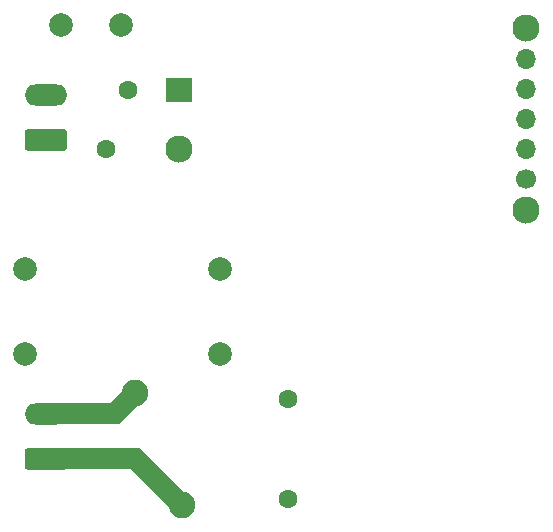
<source format=gbr>
%TF.GenerationSoftware,KiCad,Pcbnew,7.0.5-0*%
%TF.CreationDate,2023-10-21T17:04:42+08:00*%
%TF.ProjectId,Energy,456e6572-6779-42e6-9b69-6361645f7063,rev?*%
%TF.SameCoordinates,Original*%
%TF.FileFunction,Soldermask,Bot*%
%TF.FilePolarity,Negative*%
%FSLAX46Y46*%
G04 Gerber Fmt 4.6, Leading zero omitted, Abs format (unit mm)*
G04 Created by KiCad (PCBNEW 7.0.5-0) date 2023-10-21 17:04:42*
%MOMM*%
%LPD*%
G01*
G04 APERTURE LIST*
G04 Aperture macros list*
%AMRoundRect*
0 Rectangle with rounded corners*
0 $1 Rounding radius*
0 $2 $3 $4 $5 $6 $7 $8 $9 X,Y pos of 4 corners*
0 Add a 4 corners polygon primitive as box body*
4,1,4,$2,$3,$4,$5,$6,$7,$8,$9,$2,$3,0*
0 Add four circle primitives for the rounded corners*
1,1,$1+$1,$2,$3*
1,1,$1+$1,$4,$5*
1,1,$1+$1,$6,$7*
1,1,$1+$1,$8,$9*
0 Add four rect primitives between the rounded corners*
20,1,$1+$1,$2,$3,$4,$5,0*
20,1,$1+$1,$4,$5,$6,$7,0*
20,1,$1+$1,$6,$7,$8,$9,0*
20,1,$1+$1,$8,$9,$2,$3,0*%
G04 Aperture macros list end*
%ADD10C,2.000000*%
%ADD11RoundRect,0.250000X1.550000X-0.650000X1.550000X0.650000X-1.550000X0.650000X-1.550000X-0.650000X0*%
%ADD12O,3.600000X1.800000*%
%ADD13C,2.250000*%
%ADD14C,1.600000*%
%ADD15R,2.300000X2.000000*%
%ADD16C,2.300000*%
%ADD17C,1.700000*%
%ADD18O,1.700000X1.700000*%
G04 APERTURE END LIST*
D10*
%TO.C,L3*%
X109400000Y-59600000D03*
X109400000Y-66800000D03*
X125900000Y-59600000D03*
X125900000Y-66800000D03*
%TD*%
D11*
%TO.C,J2*%
X111142500Y-75687500D03*
D12*
X111142500Y-71877500D03*
%TD*%
D10*
%TO.C,F1*%
X112460000Y-38930000D03*
X117540000Y-38940000D03*
%TD*%
D13*
%TO.C,L1*%
X122700000Y-79630000D03*
X118700000Y-70130000D03*
D14*
X131700000Y-70630000D03*
X131700000Y-79130000D03*
%TD*%
D15*
%TO.C,PS1*%
X122437500Y-44430000D03*
D16*
X122437500Y-49430000D03*
X151837500Y-39230000D03*
X151837500Y-54630000D03*
%TD*%
D11*
%TO.C,J1*%
X111142500Y-48740000D03*
D12*
X111142500Y-44930000D03*
%TD*%
D14*
%TO.C,RV1*%
X118120000Y-44430000D03*
X116220000Y-49430000D03*
%TD*%
D17*
%TO.C,J3*%
X151837500Y-52005000D03*
D18*
X151837500Y-49465000D03*
X151837500Y-46925000D03*
X151837500Y-44385000D03*
X151837500Y-41845000D03*
%TD*%
G36*
X117845364Y-69807149D02*
G01*
X117887633Y-69833619D01*
X119018290Y-70912491D01*
X119053202Y-70973013D01*
X119049852Y-71042802D01*
X119020492Y-71089760D01*
X117376340Y-72738557D01*
X117315064Y-72772129D01*
X117288535Y-72775000D01*
X111299000Y-72775000D01*
X111231961Y-72755315D01*
X111186206Y-72702511D01*
X111175000Y-72651000D01*
X111175000Y-71099000D01*
X111194685Y-71031961D01*
X111247489Y-70986206D01*
X111299000Y-70975000D01*
X116575000Y-70975000D01*
X116575000Y-70974999D01*
X117714349Y-69835650D01*
X117775672Y-69802165D01*
X117845364Y-69807149D01*
G37*
G36*
X119165585Y-74809685D02*
G01*
X119186338Y-74826430D01*
X123012196Y-78661974D01*
X123045603Y-78723339D01*
X123040531Y-78793024D01*
X123011741Y-78837568D01*
X121907553Y-79933130D01*
X121846099Y-79966375D01*
X121776427Y-79961117D01*
X121732663Y-79932915D01*
X118380000Y-76590000D01*
X111254000Y-76590000D01*
X111186961Y-76570315D01*
X111141206Y-76517511D01*
X111130000Y-76466000D01*
X111130000Y-74914000D01*
X111149685Y-74846961D01*
X111202489Y-74801206D01*
X111254000Y-74790000D01*
X119098546Y-74790000D01*
X119165585Y-74809685D01*
G37*
M02*

</source>
